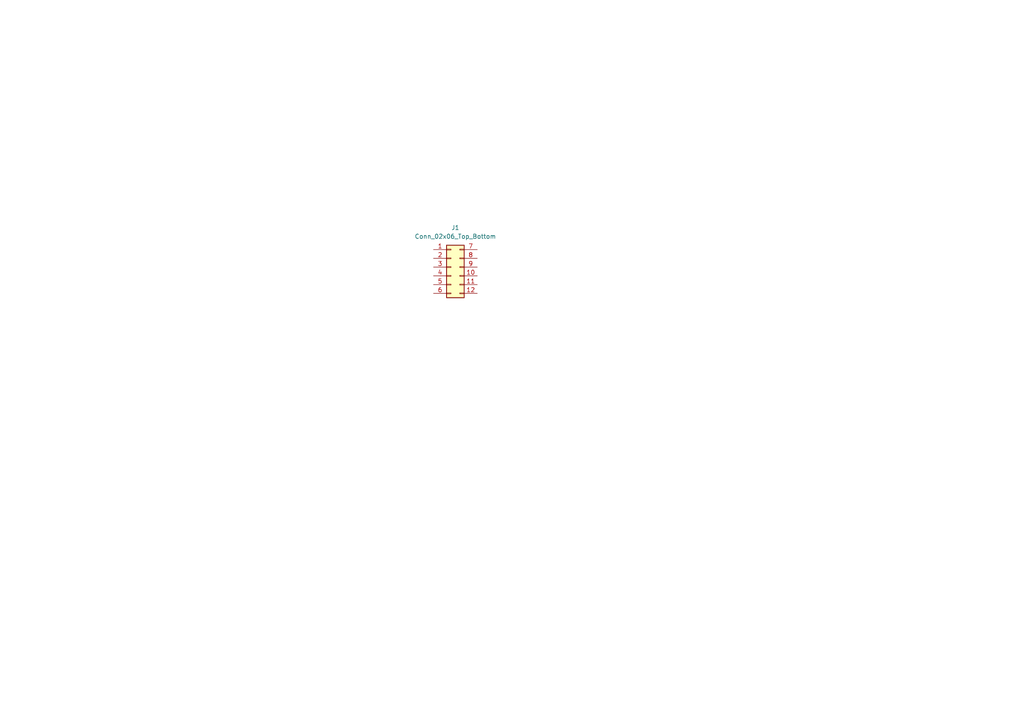
<source format=kicad_sch>
(kicad_sch (version 20231120) (generator "eeschema") (generator_version "8.0")
  (paper "A4")
  (lib_symbols
    (symbol "Connector_Generic:Conn_02x06_Top_Bottom" (pin_names (offset 1.016) hide)
      (property "Reference" "J" (at 1.27 7.62 0))
      (property "Value" "Conn_02x06_Top_Bottom" (at 1.27 -10.16 0))
      (symbol "Conn_02x06_Top_Bottom_1_1"
        (rectangle (start -1.27 -7.493) (end 0 -7.747) (stroke (width 0.1524)))
        (rectangle (start -1.27 -4.953) (end 0 -5.207) (stroke (width 0.1524)))
        (rectangle (start -1.27 -2.413) (end 0 -2.667) (stroke (width 0.1524)))
        (rectangle (start -1.27 0.127) (end 0 -0.127) (stroke (width 0.1524)))
        (rectangle (start -1.27 2.667) (end 0 2.413) (stroke (width 0.1524)))
        (rectangle (start -1.27 5.207) (end 0 4.953) (stroke (width 0.1524)))
        (rectangle (start -1.27 6.35) (end 3.81 -8.89) (stroke (width 0.254)) (fill (type background)))
        (rectangle (start 3.81 -7.493) (end 2.54 -7.747) (stroke (width 0.1524)))
        (rectangle (start 3.81 -4.953) (end 2.54 -5.207) (stroke (width 0.1524)))
        (rectangle (start 3.81 -2.413) (end 2.54 -2.667) (stroke (width 0.1524)))
        (rectangle (start 3.81 0.127) (end 2.54 -0.127) (stroke (width 0.1524)))
        (rectangle (start 3.81 2.667) (end 2.54 2.413) (stroke (width 0.1524)))
        (rectangle (start 3.81 5.207) (end 2.54 4.953) (stroke (width 0.1524)))
        (pin passive line (at -5.08 5.08 0) (length 3.81) (name "Pin_1") (number "1"))
        (pin passive line (at 7.62 -2.54 180) (length 3.81) (name "Pin_10") (number "10"))
        (pin passive line (at 7.62 -5.08 180) (length 3.81) (name "Pin_11") (number "11"))
        (pin passive line (at 7.62 -7.62 180) (length 3.81) (name "Pin_12") (number "12"))
        (pin passive line (at -5.08 2.54 0) (length 3.81) (name "Pin_2") (number "2"))
        (pin passive line (at -5.08 0 0) (length 3.81) (name "Pin_3") (number "3"))
        (pin passive line (at -5.08 -2.54 0) (length 3.81) (name "Pin_4") (number "4"))
        (pin passive line (at -5.08 -5.08 0) (length 3.81) (name "Pin_5") (number "5"))
        (pin passive line (at -5.08 -7.62 0) (length 3.81) (name "Pin_6") (number "6"))
        (pin passive line (at 7.62 5.08 180) (length 3.81) (name "Pin_7") (number "7"))
        (pin passive line (at 7.62 2.54 180) (length 3.81) (name "Pin_8") (number "8"))
        (pin passive line (at 7.62 0 180) (length 3.81) (name "Pin_9") (number "9"))
      )
    )
  )
  (symbol (lib_id "Connector_Generic:Conn_02x06_Top_Bottom") (at 130.81 77.47 0) (unit 1)
    (property "Reference" "J1" (at 132.08 66.04 0))
    (property "Value" "Conn_02x06_Top_Bottom" (at 132.08 68.58 0))
    (property "Footprint" "Connector_PinHeader_2.54mm:PinHeader_2x06_P2.54mm_Horizontal" (effects (hide yes)))
    (property "Description" "Generic connector, double row, 02x06, top/bottom pin numbering scheme (row 1: 1...pins_per_row, row2: pins_per_row+1 ... num_pins), script generated (kicad-library-utils/schlib/autogen/connector/)" (effects (hide yes)))
  )
)
</source>
